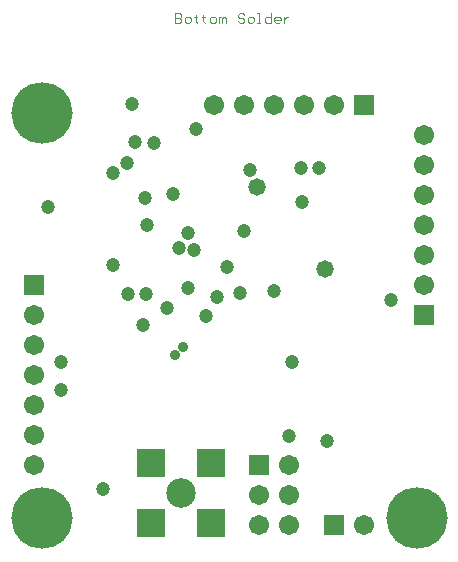
<source format=gbs>
%FSLAX44Y44*%
%MOMM*%
G71*
G01*
G75*
G04 Layer_Color=16711935*
%ADD10C,0.3810*%
%ADD11R,1.3000X1.5000*%
%ADD12R,1.1000X1.0000*%
%ADD13R,0.5000X0.6000*%
%ADD14R,0.8000X0.9000*%
%ADD15R,0.6000X0.5000*%
%ADD16R,1.0000X1.1000*%
%ADD17R,1.5000X1.5000*%
%ADD18O,0.4500X1.5000*%
%ADD19O,1.5000X0.4500*%
%ADD20R,0.8000X0.3000*%
%ADD21R,0.3000X0.8000*%
%ADD22R,1.6000X1.6000*%
%ADD23O,2.1000X0.3500*%
%ADD24R,0.6900X1.2000*%
%ADD25R,2.4000X1.9000*%
%ADD26R,1.1000X1.9000*%
%ADD27R,1.9000X1.9000*%
%ADD28R,1.9000X1.8000*%
%ADD29R,1.6000X2.1000*%
%ADD30R,1.3500X0.4000*%
%ADD31R,1.5000X1.5000*%
%ADD32C,0.5000*%
%ADD33C,0.3000*%
%ADD34C,0.2540*%
%ADD35C,0.6020*%
%ADD36C,0.6000*%
%ADD37C,1.2600*%
%ADD38C,0.6010*%
%ADD39C,0.1000*%
%ADD40C,1.5000*%
%ADD41R,2.2000X2.2000*%
%ADD42C,2.3000*%
%ADD43C,1.0000*%
%ADD44C,5.0000*%
%ADD45C,1.2700*%
%ADD46C,0.7000*%
%ADD47C,0.2500*%
%ADD48C,0.0500*%
%ADD49C,0.2000*%
%ADD50R,0.2500X1.4000*%
%ADD51R,1.5032X1.7032*%
%ADD52R,1.3032X1.2032*%
%ADD53R,0.7032X0.8032*%
%ADD54R,1.0032X1.1032*%
%ADD55R,0.8032X0.7032*%
%ADD56R,1.2032X1.3032*%
%ADD57R,1.7032X1.7032*%
%ADD58O,0.6532X1.7032*%
%ADD59O,1.7032X0.6532*%
%ADD60R,1.0032X0.5032*%
%ADD61R,0.5032X1.0032*%
%ADD62R,1.8032X1.8032*%
%ADD63O,2.3032X0.5532*%
%ADD64R,0.8932X1.4032*%
%ADD65R,2.6032X2.1032*%
%ADD66R,1.3032X2.1032*%
%ADD67R,2.1032X2.1032*%
%ADD68R,2.1032X2.0032*%
%ADD69R,1.8032X2.3032*%
%ADD70R,1.5532X0.6032*%
%ADD71R,1.7032X1.7032*%
%ADD72C,1.7032*%
%ADD73R,2.4032X2.4032*%
%ADD74C,2.5032*%
%ADD75C,1.2032*%
%ADD76C,5.2032*%
%ADD77C,1.4732*%
%ADD78C,0.9032*%
D39*
X144780Y458847D02*
Y450850D01*
X148779D01*
X150112Y452183D01*
Y453516D01*
X148779Y454849D01*
X144780D01*
X148779D01*
X150112Y456182D01*
Y457514D01*
X148779Y458847D01*
X144780D01*
X154110Y450850D02*
X156776D01*
X158109Y452183D01*
Y454849D01*
X156776Y456182D01*
X154110D01*
X152777Y454849D01*
Y452183D01*
X154110Y450850D01*
X162108Y457514D02*
Y456182D01*
X160775D01*
X163441D01*
X162108D01*
Y452183D01*
X163441Y450850D01*
X168772Y457514D02*
Y456182D01*
X167439D01*
X170105D01*
X168772D01*
Y452183D01*
X170105Y450850D01*
X175437D02*
X178103D01*
X179436Y452183D01*
Y454849D01*
X178103Y456182D01*
X175437D01*
X174104Y454849D01*
Y452183D01*
X175437Y450850D01*
X182101D02*
Y456182D01*
X183434D01*
X184767Y454849D01*
Y450850D01*
Y454849D01*
X186100Y456182D01*
X187433Y454849D01*
Y450850D01*
X203428Y457514D02*
X202095Y458847D01*
X199429D01*
X198096Y457514D01*
Y456182D01*
X199429Y454849D01*
X202095D01*
X203428Y453516D01*
Y452183D01*
X202095Y450850D01*
X199429D01*
X198096Y452183D01*
X207426Y450850D02*
X210092D01*
X211425Y452183D01*
Y454849D01*
X210092Y456182D01*
X207426D01*
X206094Y454849D01*
Y452183D01*
X207426Y450850D01*
X214091D02*
X216757D01*
X215424D01*
Y458847D01*
X214091D01*
X226087D02*
Y450850D01*
X222088D01*
X220756Y452183D01*
Y454849D01*
X222088Y456182D01*
X226087D01*
X232752Y450850D02*
X230086D01*
X228753Y452183D01*
Y454849D01*
X230086Y456182D01*
X232752D01*
X234084Y454849D01*
Y453516D01*
X228753D01*
X236750Y456182D02*
Y450850D01*
Y453516D01*
X238083Y454849D01*
X239416Y456182D01*
X240749D01*
D57*
X304800Y381000D02*
D03*
X279400Y25400D02*
D03*
D71*
X215900Y76200D02*
D03*
X25400Y228600D02*
D03*
X355600Y203200D02*
D03*
D72*
X279400Y381000D02*
D03*
X254000D02*
D03*
X228600D02*
D03*
X203200D02*
D03*
X177800D02*
D03*
X241300Y76200D02*
D03*
X215900Y50800D02*
D03*
X241300D02*
D03*
X215900Y25400D02*
D03*
X241300D02*
D03*
X304800D02*
D03*
X25400Y76200D02*
D03*
Y101600D02*
D03*
Y127000D02*
D03*
Y152400D02*
D03*
Y203200D02*
D03*
Y177800D02*
D03*
X355600Y355600D02*
D03*
Y330200D02*
D03*
Y304800D02*
D03*
Y279400D02*
D03*
Y228600D02*
D03*
Y254000D02*
D03*
D73*
X175400Y78400D02*
D03*
X124600D02*
D03*
X175400Y27600D02*
D03*
X124600D02*
D03*
D74*
X150000Y53000D02*
D03*
D75*
X244000Y164000D02*
D03*
X203200Y274580D02*
D03*
X119380Y302260D02*
D03*
X162560Y360680D02*
D03*
X266700Y327660D02*
D03*
X241270Y100888D02*
D03*
X117190Y195390D02*
D03*
X251460Y327660D02*
D03*
X171080Y203080D02*
D03*
X156078Y226079D02*
D03*
X120080Y221080D02*
D03*
X84000Y56000D02*
D03*
X327660Y215900D02*
D03*
X228600Y223520D02*
D03*
X37080Y295080D02*
D03*
X104080Y332330D02*
D03*
X92330Y323580D02*
D03*
X92080Y246080D02*
D03*
X180078Y219079D02*
D03*
X200080Y222080D02*
D03*
X208080Y326080D02*
D03*
X105078Y221079D02*
D03*
X189080Y244080D02*
D03*
X273000Y97000D02*
D03*
X138078Y209079D02*
D03*
X251968Y299212D02*
D03*
X110998Y349746D02*
D03*
X127000Y349250D02*
D03*
X48000Y164000D02*
D03*
X107950Y382270D02*
D03*
X48000Y140000D02*
D03*
X120650Y279400D02*
D03*
X161036Y258826D02*
D03*
X155702Y273050D02*
D03*
X147828Y260604D02*
D03*
X143002Y305816D02*
D03*
D76*
X31750Y374650D02*
D03*
X349250Y31750D02*
D03*
X31750D02*
D03*
D77*
X213730Y311851D02*
D03*
X272000Y242824D02*
D03*
D78*
X144500Y169500D02*
D03*
X151700Y176500D02*
D03*
M02*

</source>
